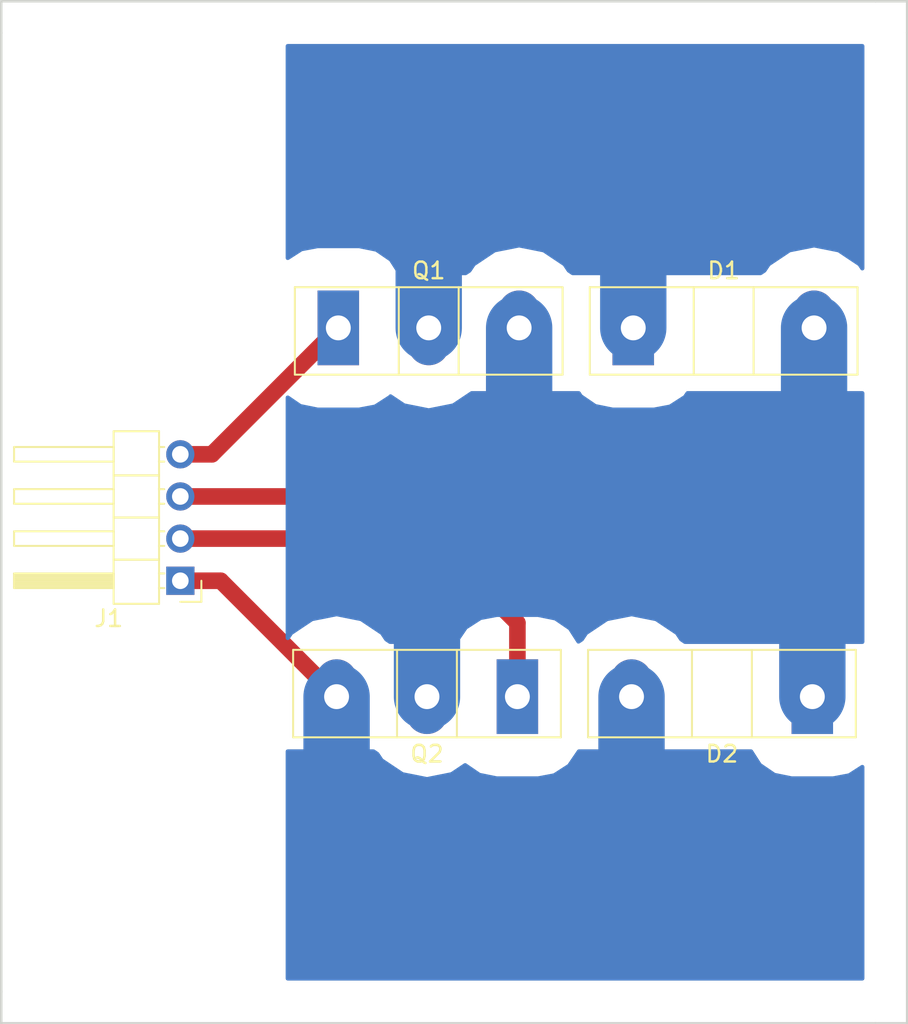
<source format=kicad_pcb>
(kicad_pcb (version 4) (host pcbnew 4.0.6-e0-6349~53~ubuntu16.04.1)

  (general
    (links 9)
    (no_connects 0)
    (area 93.904999 108.509999 146.760001 166.445001)
    (thickness 1.6)
    (drawings 10)
    (tracks 24)
    (zones 0)
    (modules 5)
    (nets 6)
  )

  (page A4)
  (layers
    (0 F.Cu signal)
    (31 B.Cu power hide)
    (32 B.Adhes user)
    (33 F.Adhes user)
    (34 B.Paste user)
    (35 F.Paste user)
    (36 B.SilkS user)
    (37 F.SilkS user)
    (38 B.Mask user hide)
    (39 F.Mask user)
    (40 Dwgs.User user)
    (41 Cmts.User user)
    (42 Eco1.User user)
    (43 Eco2.User user)
    (44 Edge.Cuts user)
    (45 Margin user)
    (46 B.CrtYd user)
    (47 F.CrtYd user)
    (48 B.Fab user)
    (49 F.Fab user)
  )

  (setup
    (last_trace_width 1)
    (user_trace_width 1)
    (trace_clearance 0.5)
    (zone_clearance 2.5)
    (zone_45_only no)
    (trace_min 0.2)
    (segment_width 0.2)
    (edge_width 0.15)
    (via_size 0.6)
    (via_drill 0.4)
    (via_min_size 0.4)
    (via_min_drill 0.3)
    (uvia_size 0.3)
    (uvia_drill 0.1)
    (uvias_allowed no)
    (uvia_min_size 0.2)
    (uvia_min_drill 0.1)
    (pcb_text_width 0.3)
    (pcb_text_size 1.5 1.5)
    (mod_edge_width 0.15)
    (mod_text_size 1 1)
    (mod_text_width 0.15)
    (pad_size 2.5 4.5)
    (pad_drill 1.5)
    (pad_to_mask_clearance 0.2)
    (aux_axis_origin 0 0)
    (grid_origin 104.775 133.985)
    (visible_elements FFFFFF7F)
    (pcbplotparams
      (layerselection 0x00030_80000001)
      (usegerberextensions false)
      (excludeedgelayer true)
      (linewidth 0.100000)
      (plotframeref false)
      (viasonmask false)
      (mode 1)
      (useauxorigin false)
      (hpglpennumber 1)
      (hpglpenspeed 20)
      (hpglpendiameter 15)
      (hpglpenoverlay 2)
      (psnegative false)
      (psa4output false)
      (plotreference true)
      (plotvalue true)
      (plotinvisibletext false)
      (padsonsilk false)
      (subtractmaskfromsilk false)
      (outputformat 1)
      (mirror false)
      (drillshape 1)
      (scaleselection 1)
      (outputdirectory ""))
  )

  (net 0 "")
  (net 1 VCC)
  (net 2 "Net-(D1-Pad2)")
  (net 3 GND)
  (net 4 "Net-(J1-Pad2)")
  (net 5 "Net-(J1-Pad4)")

  (net_class Default "This is the default net class."
    (clearance 0.5)
    (trace_width 1)
    (via_dia 0.6)
    (via_drill 0.4)
    (uvia_dia 0.3)
    (uvia_drill 0.1)
    (add_net "Net-(J1-Pad2)")
    (add_net "Net-(J1-Pad4)")
  )

  (net_class Power ""
    (clearance 1)
    (trace_width 4)
    (via_dia 0.6)
    (via_drill 0.4)
    (uvia_dia 0.3)
    (uvia_drill 0.1)
    (add_net GND)
    (add_net "Net-(D1-Pad2)")
    (add_net VCC)
  )

  (module TO_SOT_Packages_THT:TO-247-2_Vertical (layer F.Cu) (tedit 58A217F2) (tstamp 58CD6B84)
    (at 132.08 126.365)
    (descr "TO-247-2, Vertical, RM 10.9mm")
    (tags "TO-247-2 Vertical RM 10.9mm")
    (path /58CC3AFF)
    (fp_text reference D1 (at 5.45 -3.45) (layer F.SilkS)
      (effects (font (size 1 1) (thickness 0.15)))
    )
    (fp_text value D (at 5.45 6.07) (layer F.Fab)
      (effects (font (size 1 1) (thickness 0.15)))
    )
    (fp_line (start -2.5 -2.33) (end -2.5 2.7) (layer F.Fab) (width 0.1))
    (fp_line (start -2.5 2.7) (end 13.4 2.7) (layer F.Fab) (width 0.1))
    (fp_line (start 13.4 2.7) (end 13.4 -2.33) (layer F.Fab) (width 0.1))
    (fp_line (start 13.4 -2.33) (end -2.5 -2.33) (layer F.Fab) (width 0.1))
    (fp_line (start 3.645 -2.33) (end 3.645 2.7) (layer F.Fab) (width 0.1))
    (fp_line (start 7.255 -2.33) (end 7.255 2.7) (layer F.Fab) (width 0.1))
    (fp_line (start -2.62 -2.451) (end 13.52 -2.451) (layer F.SilkS) (width 0.12))
    (fp_line (start -2.62 2.82) (end 13.52 2.82) (layer F.SilkS) (width 0.12))
    (fp_line (start -2.62 -2.451) (end -2.62 2.82) (layer F.SilkS) (width 0.12))
    (fp_line (start 13.52 -2.451) (end 13.52 2.82) (layer F.SilkS) (width 0.12))
    (fp_line (start 3.646 -2.451) (end 3.646 2.82) (layer F.SilkS) (width 0.12))
    (fp_line (start 7.255 -2.451) (end 7.255 2.82) (layer F.SilkS) (width 0.12))
    (fp_line (start -2.75 -2.59) (end -2.75 2.95) (layer F.CrtYd) (width 0.05))
    (fp_line (start -2.75 2.95) (end 13.65 2.95) (layer F.CrtYd) (width 0.05))
    (fp_line (start 13.65 2.95) (end 13.65 -2.59) (layer F.CrtYd) (width 0.05))
    (fp_line (start 13.65 -2.59) (end -2.75 -2.59) (layer F.CrtYd) (width 0.05))
    (fp_text user %R (at 5.45 -3.45) (layer F.Fab)
      (effects (font (size 1 1) (thickness 0.15)))
    )
    (pad 1 thru_hole rect (at 0 0) (size 2.5 4.5) (drill 1.5) (layers *.Cu *.Mask)
      (net 1 VCC))
    (pad 2 thru_hole oval (at 10.9 0) (size 2.5 4.5) (drill 1.5) (layers *.Cu *.Mask)
      (net 2 "Net-(D1-Pad2)"))
    (model TO_SOT_Packages_THT.3dshapes/TO-247-2_Vertical.wrl
      (at (xyz 0.212598 0 0))
      (scale (xyz 0.393701 0.393701 0.393701))
      (rotate (xyz 0 0 0))
    )
  )

  (module TO_SOT_Packages_THT:TO-247-2_Vertical (layer F.Cu) (tedit 58A217F2) (tstamp 58CD6B8A)
    (at 142.875 148.59 180)
    (descr "TO-247-2, Vertical, RM 10.9mm")
    (tags "TO-247-2 Vertical RM 10.9mm")
    (path /58CC553C)
    (fp_text reference D2 (at 5.45 -3.45 180) (layer F.SilkS)
      (effects (font (size 1 1) (thickness 0.15)))
    )
    (fp_text value D (at 5.45 6.07 180) (layer F.Fab)
      (effects (font (size 1 1) (thickness 0.15)))
    )
    (fp_line (start -2.5 -2.33) (end -2.5 2.7) (layer F.Fab) (width 0.1))
    (fp_line (start -2.5 2.7) (end 13.4 2.7) (layer F.Fab) (width 0.1))
    (fp_line (start 13.4 2.7) (end 13.4 -2.33) (layer F.Fab) (width 0.1))
    (fp_line (start 13.4 -2.33) (end -2.5 -2.33) (layer F.Fab) (width 0.1))
    (fp_line (start 3.645 -2.33) (end 3.645 2.7) (layer F.Fab) (width 0.1))
    (fp_line (start 7.255 -2.33) (end 7.255 2.7) (layer F.Fab) (width 0.1))
    (fp_line (start -2.62 -2.451) (end 13.52 -2.451) (layer F.SilkS) (width 0.12))
    (fp_line (start -2.62 2.82) (end 13.52 2.82) (layer F.SilkS) (width 0.12))
    (fp_line (start -2.62 -2.451) (end -2.62 2.82) (layer F.SilkS) (width 0.12))
    (fp_line (start 13.52 -2.451) (end 13.52 2.82) (layer F.SilkS) (width 0.12))
    (fp_line (start 3.646 -2.451) (end 3.646 2.82) (layer F.SilkS) (width 0.12))
    (fp_line (start 7.255 -2.451) (end 7.255 2.82) (layer F.SilkS) (width 0.12))
    (fp_line (start -2.75 -2.59) (end -2.75 2.95) (layer F.CrtYd) (width 0.05))
    (fp_line (start -2.75 2.95) (end 13.65 2.95) (layer F.CrtYd) (width 0.05))
    (fp_line (start 13.65 2.95) (end 13.65 -2.59) (layer F.CrtYd) (width 0.05))
    (fp_line (start 13.65 -2.59) (end -2.75 -2.59) (layer F.CrtYd) (width 0.05))
    (fp_text user %R (at 5.45 -3.45 180) (layer F.Fab)
      (effects (font (size 1 1) (thickness 0.15)))
    )
    (pad 1 thru_hole rect (at 0 0 180) (size 2.5 4.5) (drill 1.5) (layers *.Cu *.Mask)
      (net 2 "Net-(D1-Pad2)"))
    (pad 2 thru_hole oval (at 10.9 0 180) (size 2.5 4.5) (drill 1.5) (layers *.Cu *.Mask)
      (net 3 GND))
    (model TO_SOT_Packages_THT.3dshapes/TO-247-2_Vertical.wrl
      (at (xyz 0.212598 0 0))
      (scale (xyz 0.393701 0.393701 0.393701))
      (rotate (xyz 0 0 0))
    )
  )

  (module TO_SOT_Packages_THT:TO-247_TO-3P_Vertical (layer F.Cu) (tedit 58A217F2) (tstamp 58CD6BA9)
    (at 114.3 126.365)
    (descr "TO-247, Vertical, RM 5.45mm, TO-3P")
    (tags "TO-247 Vertical RM 5.45mm TO-3P")
    (path /58C086EC)
    (fp_text reference Q1 (at 5.45 -3.45) (layer F.SilkS)
      (effects (font (size 1 1) (thickness 0.15)))
    )
    (fp_text value Q_NIGBT_GCE (at 5.45 6.07) (layer F.Fab)
      (effects (font (size 1 1) (thickness 0.15)))
    )
    (fp_line (start -2.5 -2.33) (end -2.5 2.7) (layer F.Fab) (width 0.1))
    (fp_line (start -2.5 2.7) (end 13.4 2.7) (layer F.Fab) (width 0.1))
    (fp_line (start 13.4 2.7) (end 13.4 -2.33) (layer F.Fab) (width 0.1))
    (fp_line (start 13.4 -2.33) (end -2.5 -2.33) (layer F.Fab) (width 0.1))
    (fp_line (start 3.645 -2.33) (end 3.645 2.7) (layer F.Fab) (width 0.1))
    (fp_line (start 7.255 -2.33) (end 7.255 2.7) (layer F.Fab) (width 0.1))
    (fp_line (start -2.62 -2.451) (end 13.52 -2.451) (layer F.SilkS) (width 0.12))
    (fp_line (start -2.62 2.82) (end 13.52 2.82) (layer F.SilkS) (width 0.12))
    (fp_line (start -2.62 -2.451) (end -2.62 2.82) (layer F.SilkS) (width 0.12))
    (fp_line (start 13.52 -2.451) (end 13.52 2.82) (layer F.SilkS) (width 0.12))
    (fp_line (start 3.646 -2.451) (end 3.646 2.82) (layer F.SilkS) (width 0.12))
    (fp_line (start 7.255 -2.451) (end 7.255 2.82) (layer F.SilkS) (width 0.12))
    (fp_line (start -2.75 -2.59) (end -2.75 2.95) (layer F.CrtYd) (width 0.05))
    (fp_line (start -2.75 2.95) (end 13.65 2.95) (layer F.CrtYd) (width 0.05))
    (fp_line (start 13.65 2.95) (end 13.65 -2.59) (layer F.CrtYd) (width 0.05))
    (fp_line (start 13.65 -2.59) (end -2.75 -2.59) (layer F.CrtYd) (width 0.05))
    (fp_text user %R (at 5.45 -3.45) (layer F.Fab)
      (effects (font (size 1 1) (thickness 0.15)))
    )
    (pad 1 thru_hole rect (at 0 0) (size 2.5 4.5) (drill 1.5) (layers *.Cu *.Mask)
      (net 5 "Net-(J1-Pad4)"))
    (pad 2 thru_hole oval (at 5.45 0) (size 2.5 4.5) (drill 1.5) (layers *.Cu *.Mask)
      (net 1 VCC))
    (pad 3 thru_hole oval (at 10.9 0) (size 2.5 4.5) (drill 1.5) (layers *.Cu *.Mask)
      (net 2 "Net-(D1-Pad2)"))
    (model TO_SOT_Packages_THT.3dshapes/TO-247_TO-3P_Vertical.wrl
      (at (xyz 0.212598 0 0))
      (scale (xyz 1 1 1))
      (rotate (xyz 0 0 0))
    )
  )

  (module TO_SOT_Packages_THT:TO-247_TO-3P_Vertical (layer F.Cu) (tedit 58A217F2) (tstamp 58CD6BB0)
    (at 125.095 148.59 180)
    (descr "TO-247, Vertical, RM 5.45mm, TO-3P")
    (tags "TO-247 Vertical RM 5.45mm TO-3P")
    (path /58C088DD)
    (fp_text reference Q2 (at 5.45 -3.45 180) (layer F.SilkS)
      (effects (font (size 1 1) (thickness 0.15)))
    )
    (fp_text value Q_NIGBT_GCE (at 5.45 6.07 180) (layer F.Fab)
      (effects (font (size 1 1) (thickness 0.15)))
    )
    (fp_line (start -2.5 -2.33) (end -2.5 2.7) (layer F.Fab) (width 0.1))
    (fp_line (start -2.5 2.7) (end 13.4 2.7) (layer F.Fab) (width 0.1))
    (fp_line (start 13.4 2.7) (end 13.4 -2.33) (layer F.Fab) (width 0.1))
    (fp_line (start 13.4 -2.33) (end -2.5 -2.33) (layer F.Fab) (width 0.1))
    (fp_line (start 3.645 -2.33) (end 3.645 2.7) (layer F.Fab) (width 0.1))
    (fp_line (start 7.255 -2.33) (end 7.255 2.7) (layer F.Fab) (width 0.1))
    (fp_line (start -2.62 -2.451) (end 13.52 -2.451) (layer F.SilkS) (width 0.12))
    (fp_line (start -2.62 2.82) (end 13.52 2.82) (layer F.SilkS) (width 0.12))
    (fp_line (start -2.62 -2.451) (end -2.62 2.82) (layer F.SilkS) (width 0.12))
    (fp_line (start 13.52 -2.451) (end 13.52 2.82) (layer F.SilkS) (width 0.12))
    (fp_line (start 3.646 -2.451) (end 3.646 2.82) (layer F.SilkS) (width 0.12))
    (fp_line (start 7.255 -2.451) (end 7.255 2.82) (layer F.SilkS) (width 0.12))
    (fp_line (start -2.75 -2.59) (end -2.75 2.95) (layer F.CrtYd) (width 0.05))
    (fp_line (start -2.75 2.95) (end 13.65 2.95) (layer F.CrtYd) (width 0.05))
    (fp_line (start 13.65 2.95) (end 13.65 -2.59) (layer F.CrtYd) (width 0.05))
    (fp_line (start 13.65 -2.59) (end -2.75 -2.59) (layer F.CrtYd) (width 0.05))
    (fp_text user %R (at 5.45 -3.45 180) (layer F.Fab)
      (effects (font (size 1 1) (thickness 0.15)))
    )
    (pad 1 thru_hole rect (at 0 0 180) (size 2.5 4.5) (drill 1.5) (layers *.Cu *.Mask)
      (net 4 "Net-(J1-Pad2)"))
    (pad 2 thru_hole oval (at 5.45 0 180) (size 2.5 4.5) (drill 1.5) (layers *.Cu *.Mask)
      (net 2 "Net-(D1-Pad2)"))
    (pad 3 thru_hole oval (at 10.9 0 180) (size 2.5 4.5) (drill 1.5) (layers *.Cu *.Mask)
      (net 3 GND))
    (model TO_SOT_Packages_THT.3dshapes/TO-247_TO-3P_Vertical.wrl
      (at (xyz 0.212598 0 0))
      (scale (xyz 1 1 1))
      (rotate (xyz 0 0 0))
    )
  )

  (module Pin_Headers:Pin_Header_Angled_1x04_Pitch2.54mm (layer F.Cu) (tedit 5862ED52) (tstamp 58CD6DCE)
    (at 104.775 141.605 180)
    (descr "Through hole angled pin header, 1x04, 2.54mm pitch, 6mm pin length, single row")
    (tags "Through hole angled pin header THT 1x04 2.54mm single row")
    (path /58CD7526)
    (fp_text reference J1 (at 4.315 -2.27 180) (layer F.SilkS)
      (effects (font (size 1 1) (thickness 0.15)))
    )
    (fp_text value CONN_01X04 (at 4.315 9.89 180) (layer F.Fab)
      (effects (font (size 1 1) (thickness 0.15)))
    )
    (fp_line (start 1.4 -1.27) (end 1.4 1.27) (layer F.Fab) (width 0.1))
    (fp_line (start 1.4 1.27) (end 3.9 1.27) (layer F.Fab) (width 0.1))
    (fp_line (start 3.9 1.27) (end 3.9 -1.27) (layer F.Fab) (width 0.1))
    (fp_line (start 3.9 -1.27) (end 1.4 -1.27) (layer F.Fab) (width 0.1))
    (fp_line (start 0 -0.32) (end 0 0.32) (layer F.Fab) (width 0.1))
    (fp_line (start 0 0.32) (end 9.9 0.32) (layer F.Fab) (width 0.1))
    (fp_line (start 9.9 0.32) (end 9.9 -0.32) (layer F.Fab) (width 0.1))
    (fp_line (start 9.9 -0.32) (end 0 -0.32) (layer F.Fab) (width 0.1))
    (fp_line (start 1.4 1.27) (end 1.4 3.81) (layer F.Fab) (width 0.1))
    (fp_line (start 1.4 3.81) (end 3.9 3.81) (layer F.Fab) (width 0.1))
    (fp_line (start 3.9 3.81) (end 3.9 1.27) (layer F.Fab) (width 0.1))
    (fp_line (start 3.9 1.27) (end 1.4 1.27) (layer F.Fab) (width 0.1))
    (fp_line (start 0 2.22) (end 0 2.86) (layer F.Fab) (width 0.1))
    (fp_line (start 0 2.86) (end 9.9 2.86) (layer F.Fab) (width 0.1))
    (fp_line (start 9.9 2.86) (end 9.9 2.22) (layer F.Fab) (width 0.1))
    (fp_line (start 9.9 2.22) (end 0 2.22) (layer F.Fab) (width 0.1))
    (fp_line (start 1.4 3.81) (end 1.4 6.35) (layer F.Fab) (width 0.1))
    (fp_line (start 1.4 6.35) (end 3.9 6.35) (layer F.Fab) (width 0.1))
    (fp_line (start 3.9 6.35) (end 3.9 3.81) (layer F.Fab) (width 0.1))
    (fp_line (start 3.9 3.81) (end 1.4 3.81) (layer F.Fab) (width 0.1))
    (fp_line (start 0 4.76) (end 0 5.4) (layer F.Fab) (width 0.1))
    (fp_line (start 0 5.4) (end 9.9 5.4) (layer F.Fab) (width 0.1))
    (fp_line (start 9.9 5.4) (end 9.9 4.76) (layer F.Fab) (width 0.1))
    (fp_line (start 9.9 4.76) (end 0 4.76) (layer F.Fab) (width 0.1))
    (fp_line (start 1.4 6.35) (end 1.4 8.89) (layer F.Fab) (width 0.1))
    (fp_line (start 1.4 8.89) (end 3.9 8.89) (layer F.Fab) (width 0.1))
    (fp_line (start 3.9 8.89) (end 3.9 6.35) (layer F.Fab) (width 0.1))
    (fp_line (start 3.9 6.35) (end 1.4 6.35) (layer F.Fab) (width 0.1))
    (fp_line (start 0 7.3) (end 0 7.94) (layer F.Fab) (width 0.1))
    (fp_line (start 0 7.94) (end 9.9 7.94) (layer F.Fab) (width 0.1))
    (fp_line (start 9.9 7.94) (end 9.9 7.3) (layer F.Fab) (width 0.1))
    (fp_line (start 9.9 7.3) (end 0 7.3) (layer F.Fab) (width 0.1))
    (fp_line (start 1.28 -1.39) (end 1.28 1.27) (layer F.SilkS) (width 0.12))
    (fp_line (start 1.28 1.27) (end 4.02 1.27) (layer F.SilkS) (width 0.12))
    (fp_line (start 4.02 1.27) (end 4.02 -1.39) (layer F.SilkS) (width 0.12))
    (fp_line (start 4.02 -1.39) (end 1.28 -1.39) (layer F.SilkS) (width 0.12))
    (fp_line (start 4.02 -0.44) (end 4.02 0.44) (layer F.SilkS) (width 0.12))
    (fp_line (start 4.02 0.44) (end 10.02 0.44) (layer F.SilkS) (width 0.12))
    (fp_line (start 10.02 0.44) (end 10.02 -0.44) (layer F.SilkS) (width 0.12))
    (fp_line (start 10.02 -0.44) (end 4.02 -0.44) (layer F.SilkS) (width 0.12))
    (fp_line (start 0.97 -0.44) (end 1.28 -0.44) (layer F.SilkS) (width 0.12))
    (fp_line (start 0.97 0.44) (end 1.28 0.44) (layer F.SilkS) (width 0.12))
    (fp_line (start 4.02 -0.32) (end 10.02 -0.32) (layer F.SilkS) (width 0.12))
    (fp_line (start 4.02 -0.2) (end 10.02 -0.2) (layer F.SilkS) (width 0.12))
    (fp_line (start 4.02 -0.08) (end 10.02 -0.08) (layer F.SilkS) (width 0.12))
    (fp_line (start 4.02 0.04) (end 10.02 0.04) (layer F.SilkS) (width 0.12))
    (fp_line (start 4.02 0.16) (end 10.02 0.16) (layer F.SilkS) (width 0.12))
    (fp_line (start 4.02 0.28) (end 10.02 0.28) (layer F.SilkS) (width 0.12))
    (fp_line (start 4.02 0.4) (end 10.02 0.4) (layer F.SilkS) (width 0.12))
    (fp_line (start 1.28 1.27) (end 1.28 3.81) (layer F.SilkS) (width 0.12))
    (fp_line (start 1.28 3.81) (end 4.02 3.81) (layer F.SilkS) (width 0.12))
    (fp_line (start 4.02 3.81) (end 4.02 1.27) (layer F.SilkS) (width 0.12))
    (fp_line (start 4.02 1.27) (end 1.28 1.27) (layer F.SilkS) (width 0.12))
    (fp_line (start 4.02 2.1) (end 4.02 2.98) (layer F.SilkS) (width 0.12))
    (fp_line (start 4.02 2.98) (end 10.02 2.98) (layer F.SilkS) (width 0.12))
    (fp_line (start 10.02 2.98) (end 10.02 2.1) (layer F.SilkS) (width 0.12))
    (fp_line (start 10.02 2.1) (end 4.02 2.1) (layer F.SilkS) (width 0.12))
    (fp_line (start 0.97 2.1) (end 1.28 2.1) (layer F.SilkS) (width 0.12))
    (fp_line (start 0.97 2.98) (end 1.28 2.98) (layer F.SilkS) (width 0.12))
    (fp_line (start 1.28 3.81) (end 1.28 6.35) (layer F.SilkS) (width 0.12))
    (fp_line (start 1.28 6.35) (end 4.02 6.35) (layer F.SilkS) (width 0.12))
    (fp_line (start 4.02 6.35) (end 4.02 3.81) (layer F.SilkS) (width 0.12))
    (fp_line (start 4.02 3.81) (end 1.28 3.81) (layer F.SilkS) (width 0.12))
    (fp_line (start 4.02 4.64) (end 4.02 5.52) (layer F.SilkS) (width 0.12))
    (fp_line (start 4.02 5.52) (end 10.02 5.52) (layer F.SilkS) (width 0.12))
    (fp_line (start 10.02 5.52) (end 10.02 4.64) (layer F.SilkS) (width 0.12))
    (fp_line (start 10.02 4.64) (end 4.02 4.64) (layer F.SilkS) (width 0.12))
    (fp_line (start 0.97 4.64) (end 1.28 4.64) (layer F.SilkS) (width 0.12))
    (fp_line (start 0.97 5.52) (end 1.28 5.52) (layer F.SilkS) (width 0.12))
    (fp_line (start 1.28 6.35) (end 1.28 9.01) (layer F.SilkS) (width 0.12))
    (fp_line (start 1.28 9.01) (end 4.02 9.01) (layer F.SilkS) (width 0.12))
    (fp_line (start 4.02 9.01) (end 4.02 6.35) (layer F.SilkS) (width 0.12))
    (fp_line (start 4.02 6.35) (end 1.28 6.35) (layer F.SilkS) (width 0.12))
    (fp_line (start 4.02 7.18) (end 4.02 8.06) (layer F.SilkS) (width 0.12))
    (fp_line (start 4.02 8.06) (end 10.02 8.06) (layer F.SilkS) (width 0.12))
    (fp_line (start 10.02 8.06) (end 10.02 7.18) (layer F.SilkS) (width 0.12))
    (fp_line (start 10.02 7.18) (end 4.02 7.18) (layer F.SilkS) (width 0.12))
    (fp_line (start 0.97 7.18) (end 1.28 7.18) (layer F.SilkS) (width 0.12))
    (fp_line (start 0.97 8.06) (end 1.28 8.06) (layer F.SilkS) (width 0.12))
    (fp_line (start -1.27 0) (end -1.27 -1.27) (layer F.SilkS) (width 0.12))
    (fp_line (start -1.27 -1.27) (end 0 -1.27) (layer F.SilkS) (width 0.12))
    (fp_line (start -1.6 -1.6) (end -1.6 9.2) (layer F.CrtYd) (width 0.05))
    (fp_line (start -1.6 9.2) (end 10.2 9.2) (layer F.CrtYd) (width 0.05))
    (fp_line (start 10.2 9.2) (end 10.2 -1.6) (layer F.CrtYd) (width 0.05))
    (fp_line (start 10.2 -1.6) (end -1.6 -1.6) (layer F.CrtYd) (width 0.05))
    (pad 1 thru_hole rect (at 0 0 180) (size 1.7 1.7) (drill 1) (layers *.Cu *.Mask)
      (net 3 GND))
    (pad 2 thru_hole oval (at 0 2.54 180) (size 1.7 1.7) (drill 1) (layers *.Cu *.Mask)
      (net 4 "Net-(J1-Pad2)"))
    (pad 3 thru_hole oval (at 0 5.08 180) (size 1.7 1.7) (drill 1) (layers *.Cu *.Mask)
      (net 2 "Net-(D1-Pad2)"))
    (pad 4 thru_hole oval (at 0 7.62 180) (size 1.7 1.7) (drill 1) (layers *.Cu *.Mask)
      (net 5 "Net-(J1-Pad4)"))
    (model Pin_Headers.3dshapes/Pin_Header_Angled_1x04_Pitch2.54mm.wrl
      (at (xyz 0 -0.15 0))
      (scale (xyz 1 1 1))
      (rotate (xyz 0 0 90))
    )
  )

  (gr_line (start 93.98 168.275) (end 93.98 166.37) (angle 90) (layer Edge.Cuts) (width 0.15))
  (gr_line (start 93.98 106.68) (end 93.98 108.585) (angle 90) (layer Edge.Cuts) (width 0.15))
  (gr_line (start 148.59 106.68) (end 146.685 106.68) (angle 90) (layer Edge.Cuts) (width 0.15))
  (gr_line (start 148.59 108.585) (end 148.59 106.68) (angle 90) (layer Edge.Cuts) (width 0.15))
  (gr_line (start 148.59 168.275) (end 148.59 166.37) (angle 90) (layer Edge.Cuts) (width 0.15))
  (gr_line (start 146.685 168.275) (end 148.59 168.275) (angle 90) (layer Edge.Cuts) (width 0.15))
  (gr_line (start 93.98 166.37) (end 93.98 108.585) (angle 90) (layer Edge.Cuts) (width 0.15))
  (gr_line (start 146.685 168.275) (end 93.98 168.275) (angle 90) (layer Edge.Cuts) (width 0.15))
  (gr_line (start 148.59 108.585) (end 148.59 166.37) (angle 90) (layer Edge.Cuts) (width 0.15))
  (gr_line (start 93.98 106.68) (end 146.685 106.68) (angle 90) (layer Edge.Cuts) (width 0.15))

  (segment (start 132.08 126.365) (end 132.08 120.015) (width 4) (layer B.Cu) (net 1))
  (segment (start 119.75 126.365) (end 119.75 119.645) (width 4) (layer B.Cu) (net 1))
  (segment (start 119.75 119.645) (end 120.015 119.38) (width 4) (layer B.Cu) (net 1) (tstamp 58CD7150))
  (segment (start 104.775 136.525) (end 120.015 136.525) (width 1) (layer F.Cu) (net 2) (status 400000))
  (segment (start 125.2 131.34) (end 125.2 126.365) (width 1) (layer F.Cu) (net 2) (tstamp 58CD7791) (status 800000))
  (segment (start 120.015 136.525) (end 125.2 131.34) (width 1) (layer F.Cu) (net 2) (tstamp 58CD7786))
  (segment (start 142.875 148.59) (end 142.875 140.97) (width 4) (layer B.Cu) (net 2))
  (segment (start 119.645 148.59) (end 119.645 141.235) (width 4) (layer B.Cu) (net 2))
  (segment (start 119.645 141.235) (end 119.38 140.97) (width 4) (layer B.Cu) (net 2) (tstamp 58CD731B))
  (segment (start 142.98 126.365) (end 142.98 133.245) (width 4) (layer B.Cu) (net 2))
  (segment (start 142.98 133.245) (end 142.875 133.35) (width 4) (layer B.Cu) (net 2) (tstamp 58CD715D))
  (segment (start 125.2 126.365) (end 125.2 133.245) (width 4) (layer B.Cu) (net 2))
  (segment (start 125.2 133.245) (end 125.095 133.35) (width 4) (layer B.Cu) (net 2) (tstamp 58CD7154))
  (segment (start 104.775 141.605) (end 107.21 141.605) (width 1) (layer F.Cu) (net 3))
  (segment (start 107.21 141.605) (end 114.195 148.59) (width 1) (layer F.Cu) (net 3) (tstamp 58CD7353))
  (segment (start 114.195 148.59) (end 114.195 154.835) (width 4) (layer B.Cu) (net 3))
  (segment (start 114.195 154.835) (end 114.3 154.94) (width 4) (layer B.Cu) (net 3) (tstamp 58CD71BF))
  (segment (start 131.975 148.59) (end 131.975 154.835) (width 4) (layer B.Cu) (net 3))
  (segment (start 131.975 154.835) (end 132.08 154.94) (width 4) (layer B.Cu) (net 3) (tstamp 58CD71BB))
  (segment (start 104.775 139.065) (end 120.015 139.065) (width 1) (layer F.Cu) (net 4) (status 400000))
  (segment (start 125.095 144.145) (end 125.095 148.59) (width 1) (layer F.Cu) (net 4) (tstamp 58CD779F) (status 800000))
  (segment (start 120.015 139.065) (end 125.095 144.145) (width 1) (layer F.Cu) (net 4) (tstamp 58CD779A))
  (segment (start 104.775 133.985) (end 106.68 133.985) (width 1) (layer F.Cu) (net 5))
  (segment (start 106.68 133.985) (end 114.3 126.365) (width 1) (layer F.Cu) (net 5) (tstamp 58CD7344))

  (zone (net 2) (net_name "Net-(D1-Pad2)") (layer B.Cu) (tstamp 58CD7083) (hatch edge 0.508)
    (connect_pads (clearance 2.5))
    (min_thickness 0.254)
    (fill yes (arc_segments 16) (thermal_gap 0.508) (thermal_bridge_width 0.508))
    (polygon
      (pts
        (xy 111.125 130.175) (xy 146.05 130.175) (xy 146.05 145.415) (xy 111.125 145.415)
      )
    )
    (filled_polygon
      (pts
        (xy 128.910055 130.482616) (xy 129.787927 131.08244) (xy 130.83 131.293465) (xy 133.33 131.293465) (xy 134.303508 131.110287)
        (xy 135.197616 130.534945) (xy 135.35678 130.302) (xy 145.888 130.302) (xy 145.888 145.288) (xy 135.20156 145.288)
        (xy 134.970985 145.133934) (xy 134.716453 144.753001) (xy 133.458664 143.912573) (xy 131.975 143.617454) (xy 130.491336 143.912573)
        (xy 129.233547 144.753001) (xy 128.979015 145.133934) (xy 128.777349 145.268684) (xy 128.264945 144.472384) (xy 127.387073 143.87256)
        (xy 126.345 143.661535) (xy 123.845 143.661535) (xy 122.871492 143.844713) (xy 121.977384 144.420055) (xy 121.384343 145.288)
        (xy 117.42156 145.288) (xy 117.190985 145.133934) (xy 116.936453 144.753001) (xy 115.678664 143.912573) (xy 114.195 143.617454)
        (xy 112.711336 143.912573) (xy 111.453547 144.753001) (xy 111.252 145.054637) (xy 111.252 130.565937) (xy 112.007927 131.08244)
        (xy 113.05 131.293465) (xy 115.55 131.293465) (xy 116.523508 131.110287) (xy 117.417616 130.534945) (xy 117.445581 130.494016)
        (xy 118.266336 131.042427) (xy 119.75 131.337546) (xy 121.233664 131.042427) (xy 122.341791 130.302) (xy 128.793832 130.302)
      )
    )
  )
  (zone (net 1) (net_name VCC) (layer B.Cu) (tstamp 58CD7100) (hatch edge 0.508)
    (connect_pads (clearance 2.5))
    (min_thickness 0.254)
    (fill yes (arc_segments 16) (thermal_gap 0.508) (thermal_bridge_width 0.508))
    (polygon
      (pts
        (xy 111.125 123.19) (xy 146.05 123.19) (xy 146.05 109.22) (xy 111.125 109.22)
      )
    )
    (filled_polygon
      (pts
        (xy 145.888 122.777256) (xy 145.721453 122.528001) (xy 144.463664 121.687573) (xy 142.98 121.392454) (xy 141.496336 121.687573)
        (xy 140.238547 122.528001) (xy 139.984015 122.908934) (xy 139.75344 123.063) (xy 128.42656 123.063) (xy 128.195985 122.908934)
        (xy 127.941453 122.528001) (xy 126.683664 121.687573) (xy 125.2 121.392454) (xy 123.716336 121.687573) (xy 122.458547 122.528001)
        (xy 122.204015 122.908934) (xy 121.97344 123.063) (xy 117.994779 123.063) (xy 117.469945 122.247384) (xy 116.592073 121.64756)
        (xy 115.55 121.436535) (xy 113.05 121.436535) (xy 112.076492 121.619713) (xy 111.252 122.150258) (xy 111.252 109.382)
        (xy 145.888 109.382)
      )
    )
  )
  (zone (net 3) (net_name GND) (layer B.Cu) (tstamp 58CD71A8) (hatch edge 0.508)
    (connect_pads (clearance 2.5))
    (min_thickness 0.254)
    (fill yes (arc_segments 16) (thermal_gap 0.508) (thermal_bridge_width 0.508))
    (polygon
      (pts
        (xy 111.125 151.765) (xy 111.125 165.735) (xy 146.05 165.735) (xy 146.05 151.765)
      )
    )
    (filled_polygon
      (pts
        (xy 116.649015 152.046066) (xy 116.903547 152.426999) (xy 118.161336 153.267427) (xy 119.645 153.562546) (xy 121.128664 153.267427)
        (xy 121.945536 152.72161) (xy 122.802927 153.30744) (xy 123.845 153.518465) (xy 126.345 153.518465) (xy 127.318508 153.335287)
        (xy 128.212616 152.759945) (xy 128.805657 151.892) (xy 139.180221 151.892) (xy 139.705055 152.707616) (xy 140.582927 153.30744)
        (xy 141.625 153.518465) (xy 144.125 153.518465) (xy 145.098508 153.335287) (xy 145.888 152.827263) (xy 145.888 165.573)
        (xy 111.252 165.573) (xy 111.252 151.892) (xy 116.41844 151.892)
      )
    )
  )
  (zone (net 0) (net_name "") (layer B.Mask) (tstamp 58CD7213) (hatch edge 0.508)
    (connect_pads (clearance 2.5))
    (min_thickness 0.254)
    (fill yes (arc_segments 16) (thermal_gap 0.508) (thermal_bridge_width 0.508))
    (polygon
      (pts
        (xy 111.125 109.22) (xy 146.05 109.22) (xy 146.05 165.735) (xy 111.125 165.735)
      )
    )
    (filled_polygon
      (pts
        (xy 145.923 165.608) (xy 111.252 165.608) (xy 111.252 109.347) (xy 145.923 109.347)
      )
    )
  )
)

</source>
